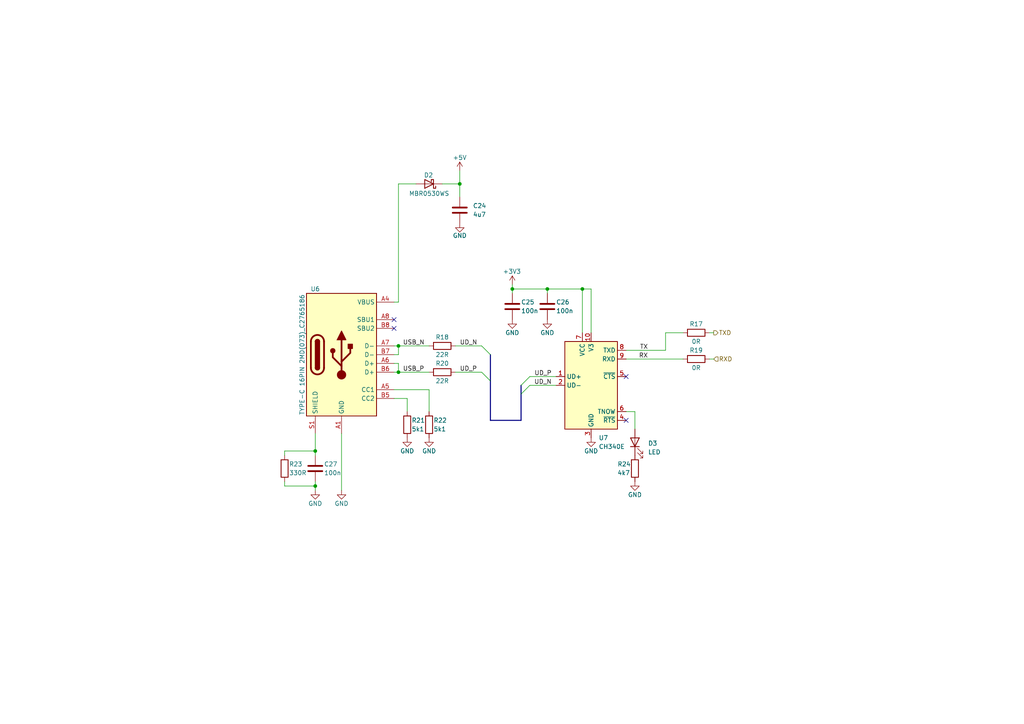
<source format=kicad_sch>
(kicad_sch (version 20250114) (generator "eeschema") (generator_version "9.0")
  (paper "A4")
  (lib_symbols
    (symbol "Device:C" (pin_numbers (hide yes)) (pin_names (offset 0.254))
      (property "Reference" "C" (at 0.635 2.54 0))
      (property "Value" "C" (at 0.635 -2.54 0))
      (symbol "C_0_1"
        (polyline (pts (xy -2.032 0.762) (xy 2.032 0.762)) (stroke (width 0.508)))
        (polyline (pts (xy -2.032 -0.762) (xy 2.032 -0.762)) (stroke (width 0.508)))
      )
      (symbol "C_1_1"
        (pin passive line (at 0 3.81 270) (length 2.794) (name "~") (number "1"))
        (pin passive line (at 0 -3.81 90) (length 2.794) (name "~") (number "2"))
      )
    )
    (symbol "Device:D_Schottky" (pin_numbers (hide yes)) (pin_names (offset 1.016) (hide yes))
      (property "Reference" "D" (at 0 2.54 0))
      (property "Value" "D_Schottky" (at 0 -2.54 0))
      (symbol "D_Schottky_0_1"
        (polyline (pts (xy -1.905 0.635) (xy -1.905 1.27) (xy -1.27 1.27) (xy -1.27 -1.27) (xy -0.635 -1.27) (xy -0.635 -0.635)) (stroke (width 0.254)))
        (polyline (pts (xy 1.27 1.27) (xy 1.27 -1.27) (xy -1.27 0) (xy 1.27 1.27)) (stroke (width 0.254)))
        (polyline (pts (xy 1.27 0) (xy -1.27 0)))
      )
      (symbol "D_Schottky_1_1"
        (pin passive line (at -3.81 0 0) (length 2.54) (name "K") (number "1"))
        (pin passive line (at 3.81 0 180) (length 2.54) (name "A") (number "2"))
      )
    )
    (symbol "Device:LED" (pin_numbers (hide yes)) (pin_names (offset 1.016) (hide yes))
      (property "Reference" "D" (at 0 2.54 0))
      (property "Value" "LED" (at 0 -2.54 0))
      (symbol "LED_0_1"
        (polyline (pts (xy -3.048 -0.762) (xy -4.572 -2.286) (xy -3.81 -2.286) (xy -4.572 -2.286) (xy -4.572 -1.524)))
        (polyline (pts (xy -1.778 -0.762) (xy -3.302 -2.286) (xy -2.54 -2.286) (xy -3.302 -2.286) (xy -3.302 -1.524)))
        (polyline (pts (xy -1.27 0) (xy 1.27 0)))
        (polyline (pts (xy -1.27 -1.27) (xy -1.27 1.27)) (stroke (width 0.254)))
        (polyline (pts (xy 1.27 -1.27) (xy 1.27 1.27) (xy -1.27 0) (xy 1.27 -1.27)) (stroke (width 0.254)))
      )
      (symbol "LED_1_1"
        (pin passive line (at -3.81 0 0) (length 2.54) (name "K") (number "1"))
        (pin passive line (at 3.81 0 180) (length 2.54) (name "A") (number "2"))
      )
    )
    (symbol "Device:R" (pin_numbers (hide yes)) (pin_names (offset 0))
      (property "Reference" "R" (at 2.032 0 90))
      (property "Value" "R" (at 0 0 90))
      (symbol "R_0_1"
        (rectangle (start -1.016 -2.54) (end 1.016 2.54) (stroke (width 0.254)))
      )
      (symbol "R_1_1"
        (pin passive line (at 0 3.81 270) (length 1.27) (name "~") (number "1"))
        (pin passive line (at 0 -3.81 90) (length 1.27) (name "~") (number "2"))
      )
    )
    (symbol "ESP32_C6_MINI:USB_C_modified"
      (property "Reference" "U" (at 0 3.81 0))
      (property "Value" "TYPE-C 16PIN 2MD(073)_C2765186" (at 10.16 1.27 0))
      (symbol "USB_C_modified_0_1"
        (rectangle (start 0 0) (end 20.32 -35.56) (stroke (width 0.254)) (fill (type background)))
        (polyline (pts (xy 1.27 -21.59) (xy 1.27 -13.97)) (stroke (width 0.508)))
        (rectangle (start 2.54 -21.59) (end 3.81 -13.97) (stroke (width 0.254)) (fill (type outline)))
        (arc (start 2.54 -13.97) (mid 3.175 -13.3377) (end 3.81 -13.97) (stroke (width 0.254)))
        (arc (start 2.54 -13.97) (mid 3.175 -13.3377) (end 3.81 -13.97) (stroke (width 0.254)) (fill (type outline)))
        (arc (start 1.27 -13.97) (mid 3.175 -12.0733) (end 5.08 -13.97) (stroke (width 0.508)))
        (arc (start 5.08 -21.59) (mid 3.175 -23.4867) (end 1.27 -21.59) (stroke (width 0.508)))
        (arc (start 3.81 -21.59) (mid 3.175 -22.2223) (end 2.54 -21.59) (stroke (width 0.254)))
        (arc (start 3.81 -21.59) (mid 3.175 -22.2223) (end 2.54 -21.59) (stroke (width 0.254)) (fill (type outline)))
        (polyline (pts (xy 5.08 -13.97) (xy 5.08 -21.59)) (stroke (width 0.508)))
        (circle (center 7.62 -16.637) (radius 0.635) (stroke (width 0.254)) (fill (type outline)))
        (polyline (pts (xy 8.89 -13.462) (xy 10.16 -10.922) (xy 11.43 -13.462) (xy 8.89 -13.462)) (stroke (width 0.254)) (fill (type outline)))
        (polyline (pts (xy 10.16 -19.812) (xy 12.7 -17.272) (xy 12.7 -16.002)) (stroke (width 0.508)))
        (polyline (pts (xy 10.16 -21.082) (xy 7.62 -18.542) (xy 7.62 -17.272)) (stroke (width 0.508)))
        (polyline (pts (xy 10.16 -23.622) (xy 10.16 -13.462)) (stroke (width 0.508)))
        (circle (center 10.16 -23.622) (radius 1.27) (fill (type outline)))
        (rectangle (start 12.065 -16.002) (end 13.335 -14.732) (stroke (width 0.254)) (fill (type outline)))
      )
      (symbol "USB_C_modified_1_1"
        (pin passive line (at 2.54 -40.64 90) (length 5.08) (name "SHIELD") (number "S1"))
        (pin passive line (at 10.16 -40.64 90) (length 5.08) (name "GND") (number "A1"))
        (pin passive line (at 10.16 -40.64 90) (length 5.08) (hide yes) (name "GND") (number "A12"))
        (pin passive line (at 10.16 -40.64 90) (length 5.08) (hide yes) (name "GND") (number "B1"))
        (pin passive line (at 10.16 -40.64 90) (length 5.08) (hide yes) (name "GND") (number "B12"))
        (pin passive line (at 25.4 -2.54 180) (length 5.08) (name "VBUS") (number "A4"))
        (pin passive line (at 25.4 -2.54 180) (length 5.08) (hide yes) (name "VBUS") (number "A9"))
        (pin passive line (at 25.4 -2.54 180) (length 5.08) (hide yes) (name "VBUS") (number "B4"))
        (pin passive line (at 25.4 -2.54 180) (length 5.08) (hide yes) (name "VBUS") (number "B9"))
        (pin bidirectional line (at 25.4 -7.62 180) (length 5.08) (name "SBU1") (number "A8"))
        (pin bidirectional line (at 25.4 -10.16 180) (length 5.08) (name "SBU2") (number "B8"))
        (pin bidirectional line (at 25.4 -15.24 180) (length 5.08) (name "D-") (number "A7"))
        (pin bidirectional line (at 25.4 -17.78 180) (length 5.08) (name "D-") (number "B7"))
        (pin bidirectional line (at 25.4 -20.32 180) (length 5.08) (name "D+") (number "A6"))
        (pin bidirectional line (at 25.4 -22.86 180) (length 5.08) (name "D+") (number "B6"))
        (pin bidirectional line (at 25.4 -27.94 180) (length 5.08) (name "CC1") (number "A5"))
        (pin bidirectional line (at 25.4 -30.48 180) (length 5.08) (name "CC2") (number "B5"))
      )
    )
    (symbol "Interface_USB:CH340E"
      (property "Reference" "U" (at -5.08 13.97 0))
      (property "Value" "CH340E" (at 1.27 13.97 0))
      (symbol "CH340E_0_1"
        (rectangle (start -7.62 12.7) (end 7.62 -12.7) (stroke (width 0.254)) (fill (type background)))
      )
      (symbol "CH340E_1_1"
        (pin bidirectional line (at -10.16 2.54 0) (length 2.54) (name "UD+") (number "1"))
        (pin bidirectional line (at -10.16 0 0) (length 2.54) (name "UD-") (number "2"))
        (pin power_in line (at -2.54 15.24 270) (length 2.54) (name "VCC") (number "7"))
        (pin power_out line (at 0 15.24 270) (length 2.54) (name "V3") (number "10"))
        (pin power_in line (at 0 -15.24 90) (length 2.54) (name "GND") (number "3"))
        (pin output line (at 10.16 10.16 180) (length 2.54) (name "TXD") (number "8"))
        (pin input line (at 10.16 7.62 180) (length 2.54) (name "RXD") (number "9"))
        (pin input line (at 10.16 2.54 180) (length 2.54) (name "~{CTS}") (number "5"))
        (pin output line (at 10.16 -7.62 180) (length 2.54) (name "TNOW") (number "6"))
        (pin output line (at 10.16 -10.16 180) (length 2.54) (name "~{RTS}") (number "4"))
      )
    )
    (symbol "power:+3V3" (power) (pin_names (offset 0))
      (property "Value" "+3V3" (at 0 3.556 0))
      (symbol "+3V3_0_1"
        (polyline (pts (xy -0.762 1.27) (xy 0 2.54)))
        (polyline (pts (xy 0 2.54) (xy 0.762 1.27)))
        (polyline (pts (xy 0 0) (xy 0 2.54)))
      )
      (symbol "+3V3_1_1"
        (pin power_in line (at 0 0 90) (length 0) (hide yes) (name "+3V3") (number "1"))
      )
    )
    (symbol "power:+5V" (power) (pin_names (offset 0))
      (property "Value" "+5V" (at 0 3.556 0))
      (symbol "+5V_0_1"
        (polyline (pts (xy -0.762 1.27) (xy 0 2.54)))
        (polyline (pts (xy 0 2.54) (xy 0.762 1.27)))
        (polyline (pts (xy 0 0) (xy 0 2.54)))
      )
      (symbol "+5V_1_1"
        (pin power_in line (at 0 0 90) (length 0) (hide yes) (name "+5V") (number "1"))
      )
    )
    (symbol "power:GND" (power) (pin_names (offset 0))
      (property "Value" "GND" (at 0 -3.81 0))
      (symbol "GND_0_1"
        (polyline (pts (xy 0 0) (xy 0 -1.27) (xy 1.27 -1.27) (xy 0 -2.54) (xy -1.27 -1.27) (xy 0 -1.27)))
      )
      (symbol "GND_1_1"
        (pin power_in line (at 0 0 270) (length 0) (hide yes) (name "GND") (number "1"))
      )
    )
  )
  (junction (at 158.75 83.82))
  (junction (at 148.59 83.82))
  (junction (at 133.35 53.34))
  (junction (at 115.57 100.33))
  (junction (at 91.44 130.81))
  (junction (at 115.57 107.95))
  (junction (at 91.44 140.97))
  (junction (at 168.91 83.82))
  (no_connect (at 181.61 109.22))
  (no_connect (at 181.61 121.92))
  (no_connect (at 114.3 95.25))
  (no_connect (at 114.3 92.71))
  (bus_entry (at 139.7 107.95) (size 2.54 2.54))
  (bus_entry (at 153.67 111.76) (size -2.54 2.54))
  (bus_entry (at 153.67 109.22) (size -2.54 2.54))
  (bus_entry (at 139.7 100.33) (size 2.54 2.54))
  (wire (pts (xy 161.29 111.76) (xy 153.67 111.76)))
  (bus (pts (xy 142.24 121.92) (xy 151.13 121.92)))
  (wire (pts (xy 207.01 96.52) (xy 205.74 96.52)))
  (bus (pts (xy 142.24 102.87) (xy 142.24 110.49)))
  (wire (pts (xy 128.27 53.34) (xy 133.35 53.34)))
  (wire (pts (xy 114.3 113.03) (xy 124.46 113.03)))
  (wire (pts (xy 148.59 83.82) (xy 148.59 85.09)))
  (wire (pts (xy 118.11 115.57) (xy 118.11 119.38)))
  (wire (pts (xy 82.55 132.08) (xy 82.55 130.81)))
  (wire (pts (xy 91.44 140.97) (xy 91.44 139.7)))
  (bus (pts (xy 151.13 114.3) (xy 151.13 121.92)))
  (wire (pts (xy 207.01 104.14) (xy 205.74 104.14)))
  (wire (pts (xy 193.04 101.6) (xy 181.61 101.6)))
  (wire (pts (xy 168.91 83.82) (xy 171.45 83.82)))
  (wire (pts (xy 82.55 130.81) (xy 91.44 130.81)))
  (wire (pts (xy 115.57 105.41) (xy 115.57 107.95)))
  (wire (pts (xy 168.91 83.82) (xy 168.91 96.52)))
  (wire (pts (xy 82.55 139.7) (xy 82.55 140.97)))
  (wire (pts (xy 114.3 107.95) (xy 115.57 107.95)))
  (wire (pts (xy 91.44 142.24) (xy 91.44 140.97)))
  (wire (pts (xy 114.3 87.63) (xy 115.57 87.63)))
  (wire (pts (xy 132.08 100.33) (xy 139.7 100.33)))
  (wire (pts (xy 198.12 104.14) (xy 181.61 104.14)))
  (wire (pts (xy 171.45 83.82) (xy 171.45 96.52)))
  (wire (pts (xy 91.44 125.73) (xy 91.44 130.81)))
  (wire (pts (xy 115.57 53.34) (xy 115.57 87.63)))
  (wire (pts (xy 184.15 119.38) (xy 184.15 124.46)))
  (wire (pts (xy 99.06 142.24) (xy 99.06 125.73)))
  (wire (pts (xy 82.55 140.97) (xy 91.44 140.97)))
  (wire (pts (xy 133.35 49.53) (xy 133.35 53.34)))
  (wire (pts (xy 161.29 109.22) (xy 153.67 109.22)))
  (wire (pts (xy 115.57 53.34) (xy 120.65 53.34)))
  (wire (pts (xy 115.57 100.33) (xy 115.57 102.87)))
  (wire (pts (xy 115.57 100.33) (xy 124.46 100.33)))
  (wire (pts (xy 91.44 130.81) (xy 91.44 132.08)))
  (bus (pts (xy 151.13 111.76) (xy 151.13 114.3)))
  (wire (pts (xy 114.3 105.41) (xy 115.57 105.41)))
  (wire (pts (xy 124.46 113.03) (xy 124.46 119.38)))
  (wire (pts (xy 193.04 96.52) (xy 193.04 101.6)))
  (wire (pts (xy 114.3 102.87) (xy 115.57 102.87)))
  (wire (pts (xy 133.35 53.34) (xy 133.35 57.15)))
  (wire (pts (xy 158.75 83.82) (xy 168.91 83.82)))
  (wire (pts (xy 158.75 83.82) (xy 158.75 85.09)))
  (wire (pts (xy 148.59 83.82) (xy 158.75 83.82)))
  (wire (pts (xy 114.3 100.33) (xy 115.57 100.33)))
  (wire (pts (xy 148.59 82.55) (xy 148.59 83.82)))
  (wire (pts (xy 115.57 107.95) (xy 124.46 107.95)))
  (bus (pts (xy 142.24 121.92) (xy 142.24 110.49)))
  (wire (pts (xy 198.12 96.52) (xy 193.04 96.52)))
  (wire (pts (xy 181.61 119.38) (xy 184.15 119.38)))
  (wire (pts (xy 132.08 107.95) (xy 139.7 107.95)))
  (wire (pts (xy 114.3 115.57) (xy 118.11 115.57)))
  (label "UD_P" (at 133.35 107.95 0))
  (label "USB_N" (at 116.84 100.33 0))
  (label "UD_P" (at 160.02 109.22 180))
  (label "UD_N" (at 133.35 100.33 0))
  (label "UD_N" (at 160.02 111.76 180))
  (label "USB_P" (at 116.84 107.95 0))
  (label "TX" (at 187.96 101.6 180))
  (label "RX" (at 187.96 104.14 180))
  (hierarchical_label "RXD" (shape input) (at 207.01 104.14 0))
  (hierarchical_label "TXD" (shape output) (at 207.01 96.52 0))
  (symbol (lib_id "Device:C") (at 158.75 88.9 0) (unit 1)
    (property "Reference" "C26" (at 161.29 87.63 0) (effects (justify left)))
    (property "Value" "100n" (at 161.29 90.17 0) (effects (justify left)))
    (property "Footprint" "Capacitor_SMD:C_0402_1005Metric" (effects (hide yes)))
  )
  (symbol (lib_id "Device:R") (at 201.93 104.14 270) (mirror x) (unit 1)
    (property "Reference" "R19" (at 201.93 101.6 90))
    (property "Value" "0R" (at 201.93 106.68 90))
    (property "Footprint" "Resistor_SMD:R_0402_1005Metric" (effects (hide yes)))
  )
  (symbol (lib_id "Device:R") (at 128.27 100.33 90) (unit 1)
    (property "Reference" "R18" (at 128.27 97.79 90))
    (property "Value" "22R" (at 128.27 102.87 90))
    (property "Footprint" "Resistor_SMD:R_0402_1005Metric" (effects (hide yes)))
  )
  (symbol (lib_id "Device:LED") (at 184.15 128.27 90) (unit 1)
    (property "Reference" "D3" (at 187.96 128.5874 90) (effects (justify right)))
    (property "Value" "LED" (at 187.96 131.1274 90) (effects (justify right)))
    (property "Footprint" "Diode_SMD:D_0402_1005Metric" (effects (hide yes)))
  )
  (symbol (lib_id "power:GND") (at 171.45 127 0) (unit 1)
    (property "Reference" "#PWR067" (effects (hide yes)))
    (property "Value" "GND" (at 171.45 130.81 0))
  )
  (symbol (lib_id "Device:R") (at 201.93 96.52 270) (mirror x) (unit 1)
    (property "Reference" "R17" (at 201.93 93.98 90))
    (property "Value" "0R" (at 201.93 99.06 90))
    (property "Footprint" "Resistor_SMD:R_0402_1005Metric" (effects (hide yes)))
  )
  (symbol (lib_id "Device:R") (at 82.55 135.89 0) (unit 1)
    (property "Reference" "R23" (at 83.82 134.62 0) (effects (justify left)))
    (property "Value" "330R" (at 83.82 137.16 0) (effects (justify left)))
    (property "Footprint" "Resistor_SMD:R_0402_1005Metric" (effects (hide yes)))
  )
  (symbol (lib_id "power:GND") (at 118.11 127 0) (unit 1)
    (property "Reference" "#PWR065" (effects (hide yes)))
    (property "Value" "GND" (at 118.11 130.81 0))
  )
  (symbol (lib_id "power:GND") (at 91.44 142.24 0) (unit 1)
    (property "Reference" "#PWR069" (effects (hide yes)))
    (property "Value" "GND" (at 91.44 146.05 0))
  )
  (symbol (lib_id "Device:R") (at 118.11 123.19 0) (unit 1)
    (property "Reference" "R21" (at 119.38 121.92 0) (effects (justify left)))
    (property "Value" "5k1" (at 119.38 124.46 0) (effects (justify left)))
    (property "Footprint" "Resistor_SMD:R_0402_1005Metric" (effects (hide yes)))
  )
  (symbol (lib_id "power:+3V3") (at 148.59 82.55 0) (mirror y) (unit 1)
    (property "Reference" "#PWR062" (effects (hide yes)))
    (property "Value" "+3V3" (at 151.13 78.74 0) (effects (justify left)))
  )
  (symbol (lib_id "Device:C") (at 148.59 88.9 0) (unit 1)
    (property "Reference" "C25" (at 151.13 87.63 0) (effects (justify left)))
    (property "Value" "100n" (at 151.13 90.17 0) (effects (justify left)))
    (property "Footprint" "Capacitor_SMD:C_0402_1005Metric" (effects (hide yes)))
  )
  (symbol (lib_id "power:GND") (at 124.46 127 0) (unit 1)
    (property "Reference" "#PWR066" (effects (hide yes)))
    (property "Value" "GND" (at 124.46 130.81 0))
  )
  (symbol (lib_id "Device:C") (at 133.35 60.96 0) (unit 1)
    (property "Reference" "C24" (at 137.16 59.6899 0) (effects (justify left)))
    (property "Value" "4u7" (at 137.16 62.2299 0) (effects (justify left)))
    (property "Footprint" "Capacitor_SMD:C_0402_1005Metric" (effects (hide yes)))
    (property "Description" "Unpolarized capacitor" (effects (hide yes)))
  )
  (symbol (lib_id "Device:D_Schottky") (at 124.46 53.34 180) (unit 1)
    (property "Reference" "D2" (at 122.936 50.8 0) (effects (justify right)))
    (property "Value" "MBR0530WS" (at 118.618 56.134 0) (effects (justify right)))
    (property "Footprint" "Diode_SMD:D_SOD-323" (effects (hide yes)))
    (property "Description" "Schottky diode" (effects (hide yes)))
  )
  (symbol (lib_id "power:GND") (at 99.06 142.24 0) (unit 1)
    (property "Reference" "#PWR070" (effects (hide yes)))
    (property "Value" "GND" (at 99.06 146.05 0))
  )
  (symbol (lib_id "Device:R") (at 184.15 135.89 0) (unit 1)
    (property "Reference" "R24" (at 179.07 134.62 0) (effects (justify left)))
    (property "Value" "4k7" (at 179.07 137.16 0) (effects (justify left)))
    (property "Footprint" "Resistor_SMD:R_0402_1005Metric" (effects (hide yes)))
  )
  (symbol (lib_id "Interface_USB:CH340E") (at 171.45 111.76 0) (unit 1)
    (property "Reference" "U7" (at 173.6441 127 0) (effects (justify left)))
    (property "Value" "CH340E" (at 173.6441 129.54 0) (effects (justify left)))
    (property "Footprint" "Package_SO:MSOP-10_3x3mm_P0.5mm" (effects (hide yes)))
    (property "Datasheet" "https://www.mpja.com/download/35227cpdata.pdf" (effects (hide yes)))
  )
  (symbol (lib_id "power:GND") (at 158.75 92.71 0) (unit 1)
    (property "Reference" "#PWR064" (effects (hide yes)))
    (property "Value" "GND" (at 158.75 96.52 0))
  )
  (symbol (lib_id "Device:R") (at 128.27 107.95 90) (unit 1)
    (property "Reference" "R20" (at 128.27 105.41 90))
    (property "Value" "22R" (at 128.27 110.49 90))
    (property "Footprint" "Resistor_SMD:R_0402_1005Metric" (effects (hide yes)))
  )
  (symbol (lib_id "Device:C") (at 91.44 135.89 0) (unit 1)
    (property "Reference" "C27" (at 93.98 134.62 0) (effects (justify left)))
    (property "Value" "100n" (at 93.98 137.16 0) (effects (justify left)))
    (property "Footprint" "Capacitor_SMD:C_0402_1005Metric" (effects (hide yes)))
  )
  (symbol (lib_id "power:GND") (at 133.35 64.77 0) (unit 1)
    (property "Reference" "#PWR061" (effects (hide yes)))
    (property "Value" "GND" (at 133.35 68.326 0))
    (property "Description" "Power symbol creates a global label with name \"GND\" , ground" (effects (hide yes)))
  )
  (symbol (lib_id "power:+5V") (at 133.35 49.53 0) (mirror y) (unit 1)
    (property "Reference" "#PWR060" (effects (hide yes)))
    (property "Value" "+5V" (at 133.35 45.72 0))
  )
  (symbol (lib_id "power:GND") (at 184.15 139.7 0) (unit 1)
    (property "Reference" "#PWR068" (effects (hide yes)))
    (property "Value" "GND" (at 184.15 143.51 0))
  )
  (symbol (lib_id "Device:R") (at 124.46 123.19 0) (unit 1)
    (property "Reference" "R22" (at 125.73 121.92 0) (effects (justify left)))
    (property "Value" "5k1" (at 125.73 124.46 0) (effects (justify left)))
    (property "Footprint" "Resistor_SMD:R_0402_1005Metric" (effects (hide yes)))
  )
  (symbol (lib_id "power:GND") (at 148.59 92.71 0) (unit 1)
    (property "Reference" "#PWR063" (effects (hide yes)))
    (property "Value" "GND" (at 148.59 96.52 0))
  )
  (symbol (lib_id "ESP32_C6_MINI:USB_C_modified") (at 88.9 85.09 0) (unit 1)
    (property "Reference" "U6" (at 91.44 83.82 0))
    (property "Value" "TYPE-C 16PIN 2MD(073)_C2765186" (at 87.63 102.87 90))
    (property "Footprint" "Connector_USB:USB_C_Receptacle_Palconn_UTC16-G" (effects (hide yes)))
  )
)
</source>
